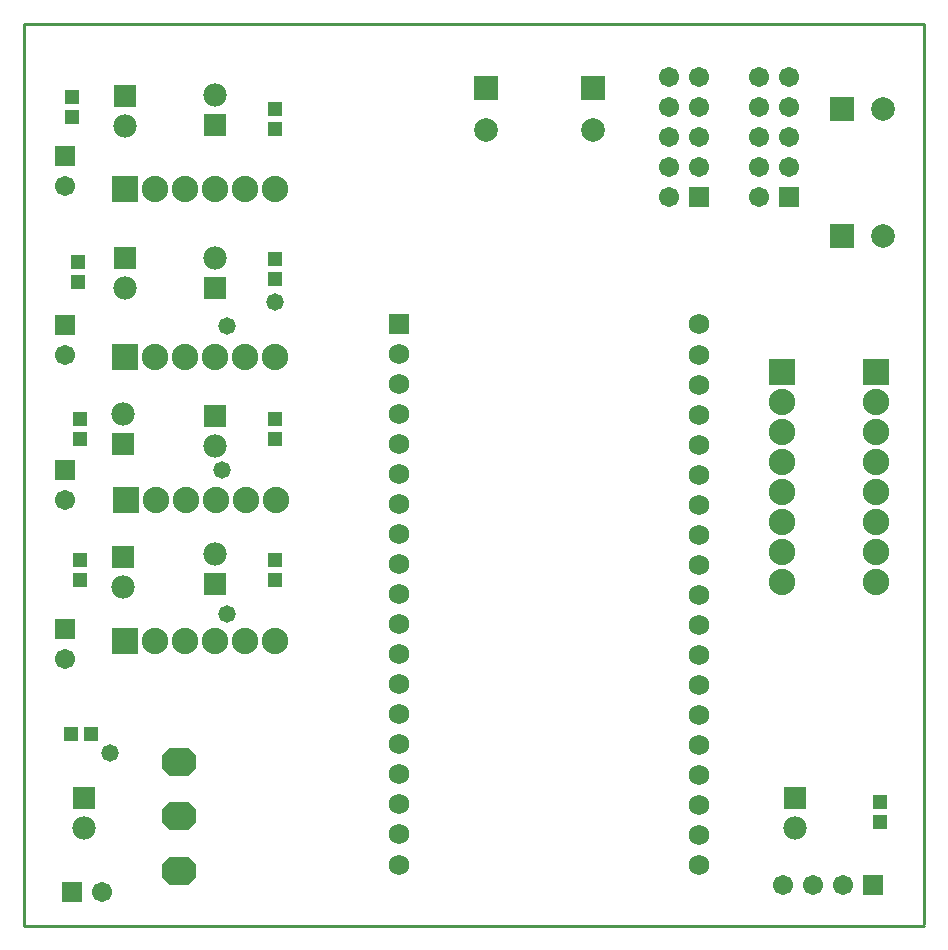
<source format=gts>
G04*
G04 #@! TF.GenerationSoftware,Altium Limited,Altium Designer,20.2.6 (244)*
G04*
G04 Layer_Color=8388736*
%FSLAX24Y24*%
%MOIN*%
G70*
G04*
G04 #@! TF.SameCoordinates,67DAE9A7-D567-40AA-987E-AE02A1C53A3D*
G04*
G04*
G04 #@! TF.FilePolarity,Negative*
G04*
G01*
G75*
%ADD10C,0.0100*%
%ADD16R,0.0474X0.0513*%
%ADD17R,0.0513X0.0474*%
%ADD18C,0.0780*%
%ADD19R,0.0780X0.0780*%
%ADD20R,0.0671X0.0671*%
%ADD21C,0.0671*%
%ADD22R,0.0880X0.0880*%
%ADD23C,0.0880*%
%ADD24R,0.0880X0.0880*%
%ADD25R,0.0789X0.0789*%
%ADD26C,0.0789*%
%ADD27R,0.0671X0.0671*%
%ADD28R,0.0789X0.0789*%
G04:AMPARAMS|DCode=29|XSize=114.3mil|YSize=90.7mil|CornerRadius=0mil|HoleSize=0mil|Usage=FLASHONLY|Rotation=0.000|XOffset=0mil|YOffset=0mil|HoleType=Round|Shape=Octagon|*
%AMOCTAGOND29*
4,1,8,0.0572,-0.0227,0.0572,0.0227,0.0345,0.0453,-0.0345,0.0453,-0.0572,0.0227,-0.0572,-0.0227,-0.0345,-0.0453,0.0345,-0.0453,0.0572,-0.0227,0.0*
%
%ADD29OCTAGOND29*%

%ADD30C,0.0680*%
%ADD31R,0.0680X0.0680*%
%ADD32C,0.0580*%
D10*
X10050Y49850D02*
X40050D01*
X10050Y19800D02*
Y49850D01*
X10050Y19800D02*
X40050D01*
X40050Y49850D02*
X40050Y19850D01*
D16*
X38570Y23265D02*
D03*
Y23935D02*
D03*
X18400Y31985D02*
D03*
Y31315D02*
D03*
X11900Y31985D02*
D03*
Y31315D02*
D03*
X18400Y36685D02*
D03*
Y36015D02*
D03*
X11900Y36685D02*
D03*
Y36015D02*
D03*
X18400Y42035D02*
D03*
Y41365D02*
D03*
Y47035D02*
D03*
Y46365D02*
D03*
X11850Y41935D02*
D03*
Y41265D02*
D03*
X11650Y47435D02*
D03*
Y46765D02*
D03*
D17*
X12285Y26180D02*
D03*
X11615D02*
D03*
D18*
X16400Y32200D02*
D03*
X35750Y23050D02*
D03*
X13400Y46450D02*
D03*
X16400Y47500D02*
D03*
X13400Y41050D02*
D03*
X16400Y42050D02*
D03*
Y35800D02*
D03*
X13345Y31097D02*
D03*
Y36850D02*
D03*
X12050Y23050D02*
D03*
D19*
X16400Y31200D02*
D03*
X35750Y24050D02*
D03*
X13400Y47450D02*
D03*
X16400Y46500D02*
D03*
X13400Y42050D02*
D03*
X16400Y41050D02*
D03*
Y36800D02*
D03*
X13345Y32097D02*
D03*
Y35850D02*
D03*
X12050Y24050D02*
D03*
D20*
X38350Y21150D02*
D03*
X11650Y20939D02*
D03*
D21*
X37350Y21150D02*
D03*
X36350D02*
D03*
X35350D02*
D03*
X12650Y20939D02*
D03*
X34550Y48100D02*
D03*
X35550D02*
D03*
X34550Y47100D02*
D03*
X35550D02*
D03*
X34550Y46100D02*
D03*
X35550D02*
D03*
X34550Y45100D02*
D03*
X35550D02*
D03*
X34550Y44100D02*
D03*
X11400Y28700D02*
D03*
Y34000D02*
D03*
Y38842D02*
D03*
Y44467D02*
D03*
X31561Y48100D02*
D03*
X32561D02*
D03*
X31561Y47100D02*
D03*
X32561D02*
D03*
X31561Y46100D02*
D03*
X32561D02*
D03*
X31561Y45100D02*
D03*
X32561D02*
D03*
X31561Y44100D02*
D03*
D22*
X35311Y38250D02*
D03*
X38450D02*
D03*
D23*
X35311Y31250D02*
D03*
Y32250D02*
D03*
Y33250D02*
D03*
Y34250D02*
D03*
Y35250D02*
D03*
Y36250D02*
D03*
Y37250D02*
D03*
X38450D02*
D03*
Y36250D02*
D03*
Y35250D02*
D03*
Y34250D02*
D03*
Y33250D02*
D03*
Y32250D02*
D03*
Y31250D02*
D03*
X14400Y44374D02*
D03*
X16400D02*
D03*
X17400D02*
D03*
X15400D02*
D03*
X18400D02*
D03*
Y29300D02*
D03*
X15400D02*
D03*
X17400D02*
D03*
X16400D02*
D03*
X14400D02*
D03*
Y38750D02*
D03*
X16400D02*
D03*
X17400D02*
D03*
X15400D02*
D03*
X18400D02*
D03*
X18450Y34000D02*
D03*
X15450D02*
D03*
X17450D02*
D03*
X16450D02*
D03*
X14450D02*
D03*
D24*
X13400Y44374D02*
D03*
Y29300D02*
D03*
Y38750D02*
D03*
X13450Y34000D02*
D03*
D25*
X37300Y47025D02*
D03*
Y42800D02*
D03*
D26*
X38678Y47025D02*
D03*
Y42800D02*
D03*
X25450Y46336D02*
D03*
X29000D02*
D03*
D27*
X35550Y44100D02*
D03*
X11400Y29700D02*
D03*
Y35000D02*
D03*
Y39842D02*
D03*
Y45467D02*
D03*
X32561Y44100D02*
D03*
D28*
X25450Y47714D02*
D03*
X29000D02*
D03*
D29*
X15200Y21639D02*
D03*
Y23450D02*
D03*
Y25261D02*
D03*
D30*
X32550Y39870D02*
D03*
Y38830D02*
D03*
Y37830D02*
D03*
Y36830D02*
D03*
Y35830D02*
D03*
Y34830D02*
D03*
Y33830D02*
D03*
Y32830D02*
D03*
Y31830D02*
D03*
Y30830D02*
D03*
Y29830D02*
D03*
Y28830D02*
D03*
Y27830D02*
D03*
Y26830D02*
D03*
Y25830D02*
D03*
Y24830D02*
D03*
Y23830D02*
D03*
Y22830D02*
D03*
Y21830D02*
D03*
X22550D02*
D03*
Y22870D02*
D03*
Y23870D02*
D03*
Y24870D02*
D03*
Y25870D02*
D03*
Y26870D02*
D03*
Y27870D02*
D03*
Y28870D02*
D03*
Y29870D02*
D03*
Y30870D02*
D03*
Y31870D02*
D03*
Y32870D02*
D03*
Y33870D02*
D03*
Y34870D02*
D03*
Y35870D02*
D03*
Y36870D02*
D03*
Y37870D02*
D03*
Y38870D02*
D03*
D31*
Y39870D02*
D03*
D32*
X12900Y25550D02*
D03*
X16800Y30200D02*
D03*
X16650Y35000D02*
D03*
X16800Y39800D02*
D03*
X18400Y40600D02*
D03*
M02*

</source>
